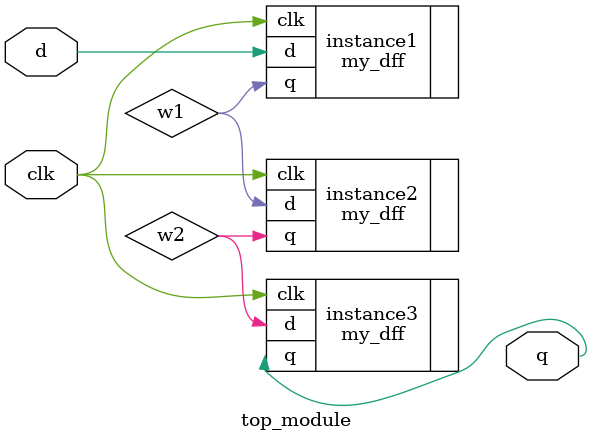
<source format=v>
module top_module ( input clk, input d, output q );
    wire w1,w2;
    my_dff instance1 ( .clk(clk),.d(d),.q(w1) );
    my_dff instance2 ( .clk(clk), .d(w1), .q(w2) );
    my_dff instance3 ( .clk(clk), .d(w2), .q(q) );
endmodule
</source>
